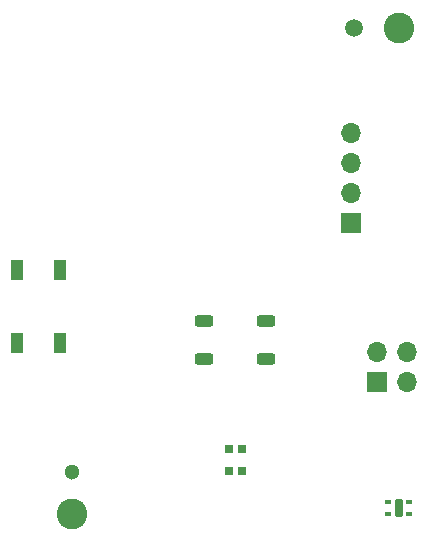
<source format=gbr>
%TF.GenerationSoftware,KiCad,Pcbnew,7.0.8*%
%TF.CreationDate,2023-10-28T23:27:17-04:00*%
%TF.ProjectId,AmazonBasicsSecureFrontend,416d617a-6f6e-4426-9173-696373536563,rev?*%
%TF.SameCoordinates,Original*%
%TF.FileFunction,Soldermask,Bot*%
%TF.FilePolarity,Negative*%
%FSLAX46Y46*%
G04 Gerber Fmt 4.6, Leading zero omitted, Abs format (unit mm)*
G04 Created by KiCad (PCBNEW 7.0.8) date 2023-10-28 23:27:17*
%MOMM*%
%LPD*%
G01*
G04 APERTURE LIST*
G04 Aperture macros list*
%AMRoundRect*
0 Rectangle with rounded corners*
0 $1 Rounding radius*
0 $2 $3 $4 $5 $6 $7 $8 $9 X,Y pos of 4 corners*
0 Add a 4 corners polygon primitive as box body*
4,1,4,$2,$3,$4,$5,$6,$7,$8,$9,$2,$3,0*
0 Add four circle primitives for the rounded corners*
1,1,$1+$1,$2,$3*
1,1,$1+$1,$4,$5*
1,1,$1+$1,$6,$7*
1,1,$1+$1,$8,$9*
0 Add four rect primitives between the rounded corners*
20,1,$1+$1,$2,$3,$4,$5,0*
20,1,$1+$1,$4,$5,$6,$7,0*
20,1,$1+$1,$6,$7,$8,$9,0*
20,1,$1+$1,$8,$9,$2,$3,0*%
G04 Aperture macros list end*
%ADD10RoundRect,0.250000X0.525000X0.250000X-0.525000X0.250000X-0.525000X-0.250000X0.525000X-0.250000X0*%
%ADD11C,2.600000*%
%ADD12R,1.700000X1.700000*%
%ADD13O,1.700000X1.700000*%
%ADD14C,1.300000*%
%ADD15C,1.500000*%
%ADD16R,0.700000X0.700000*%
%ADD17RoundRect,0.087500X-0.187500X-0.087500X0.187500X-0.087500X0.187500X0.087500X-0.187500X0.087500X0*%
%ADD18RoundRect,0.175000X-0.175000X-0.625000X0.175000X-0.625000X0.175000X0.625000X-0.175000X0.625000X0*%
%ADD19R,1.100000X1.800000*%
G04 APERTURE END LIST*
D10*
%TO.C,REF\u002A\u002A*%
X123910000Y-105080000D03*
X118660000Y-105080000D03*
X123910000Y-108280000D03*
X118660000Y-108280000D03*
%TD*%
D11*
%TO.C,REF\u002A\u002A*%
X107442000Y-121412000D03*
%TD*%
D12*
%TO.C,J1*%
X131064000Y-96774000D03*
D13*
X131064000Y-94234000D03*
X131064000Y-91694000D03*
X131064000Y-89154000D03*
%TD*%
D14*
%TO.C,REF\u002A\u002A*%
X107442000Y-117856000D03*
%TD*%
D12*
%TO.C,J2*%
X133310000Y-110236000D03*
D13*
X135850000Y-110236000D03*
X133310000Y-107696000D03*
X135850000Y-107696000D03*
%TD*%
D15*
%TO.C,REF\u002A\u002A*%
X131318000Y-80264000D03*
%TD*%
D11*
%TO.C,REF\u002A\u002A*%
X135128000Y-80264000D03*
%TD*%
D16*
%TO.C,U3*%
X121835000Y-117755000D03*
X120735000Y-117755000D03*
X120735000Y-115925000D03*
X121835000Y-115925000D03*
%TD*%
D17*
%TO.C,U2*%
X134203000Y-121404000D03*
X134203000Y-120404000D03*
X136053000Y-120404000D03*
X136053000Y-121404000D03*
D18*
X135128000Y-120904000D03*
%TD*%
D19*
%TO.C,SW1*%
X106498000Y-106986000D03*
X106498000Y-100786000D03*
X102798000Y-106986000D03*
X102798000Y-100786000D03*
%TD*%
M02*

</source>
